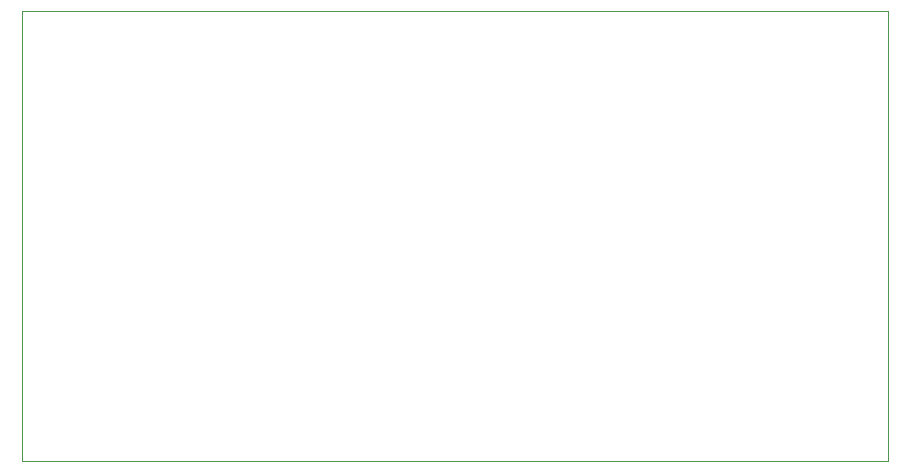
<source format=gbr>
%TF.GenerationSoftware,Altium Limited,Altium Designer,23.10.1 (27)*%
G04 Layer_Color=16711935*
%FSLAX45Y45*%
%MOMM*%
%TF.SameCoordinates,AA33C9F7-56E5-4FFB-A8AB-1004920BA132*%
%TF.FilePolarity,Positive*%
%TF.FileFunction,Keep-out,Top*%
%TF.Part,Single*%
G01*
G75*
%TA.AperFunction,NonConductor*%
%ADD20C,0.00000*%
D20*
Y3809009D02*
X7333005D01*
Y0D02*
Y3809009D01*
X0Y0D02*
X7333005D01*
X0D02*
Y3809009D01*
%TF.MD5,2202501c47655b0d96e7aa67f332c806*%
M02*

</source>
